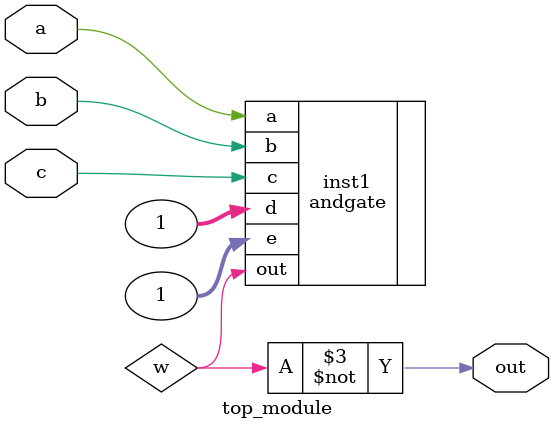
<source format=v>
module top_module (input a, input b, input c, output out);//

    wire w; //fixed
    andgate inst1 (
        .out(w),
        .a(a),
        .b(b),
        .c(c),
        .d(1),
        .e(1)
    ); //fixed
	
    assign out = ~w;
    
endmodule
</source>
